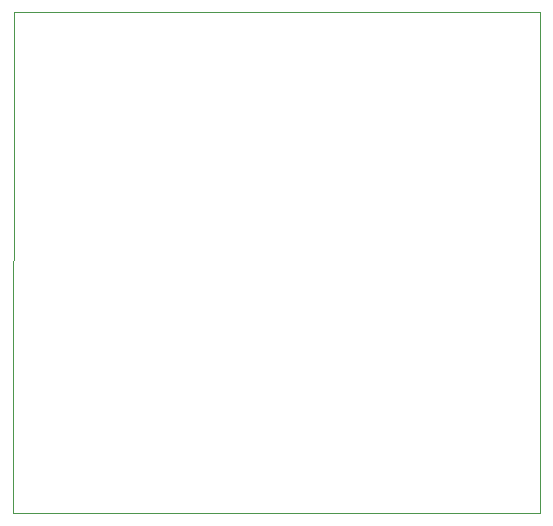
<source format=gm1>
G04 #@! TF.GenerationSoftware,KiCad,Pcbnew,(5.1.5)-3*
G04 #@! TF.CreationDate,2020-04-26T13:49:39+03:00*
G04 #@! TF.ProjectId,livecam,6c697665-6361-46d2-9e6b-696361645f70,rev?*
G04 #@! TF.SameCoordinates,Original*
G04 #@! TF.FileFunction,Profile,NP*
%FSLAX46Y46*%
G04 Gerber Fmt 4.6, Leading zero omitted, Abs format (unit mm)*
G04 Created by KiCad (PCBNEW (5.1.5)-3) date 2020-04-26 13:49:39*
%MOMM*%
%LPD*%
G04 APERTURE LIST*
%ADD10C,0.050000*%
G04 APERTURE END LIST*
D10*
X128670000Y-82980000D02*
X128680000Y-40590000D01*
X173210000Y-83000000D02*
X128670000Y-82980000D01*
X173210000Y-40610000D02*
X173210000Y-83000000D01*
X128680000Y-40590000D02*
X173210000Y-40610000D01*
M02*

</source>
